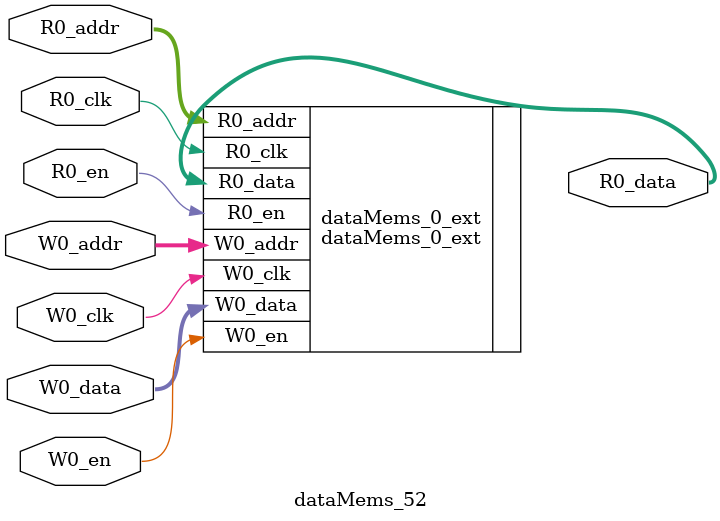
<source format=sv>
`ifndef RANDOMIZE
  `ifdef RANDOMIZE_REG_INIT
    `define RANDOMIZE
  `endif // RANDOMIZE_REG_INIT
`endif // not def RANDOMIZE
`ifndef RANDOMIZE
  `ifdef RANDOMIZE_MEM_INIT
    `define RANDOMIZE
  `endif // RANDOMIZE_MEM_INIT
`endif // not def RANDOMIZE

`ifndef RANDOM
  `define RANDOM $random
`endif // not def RANDOM

// Users can define 'PRINTF_COND' to add an extra gate to prints.
`ifndef PRINTF_COND_
  `ifdef PRINTF_COND
    `define PRINTF_COND_ (`PRINTF_COND)
  `else  // PRINTF_COND
    `define PRINTF_COND_ 1
  `endif // PRINTF_COND
`endif // not def PRINTF_COND_

// Users can define 'ASSERT_VERBOSE_COND' to add an extra gate to assert error printing.
`ifndef ASSERT_VERBOSE_COND_
  `ifdef ASSERT_VERBOSE_COND
    `define ASSERT_VERBOSE_COND_ (`ASSERT_VERBOSE_COND)
  `else  // ASSERT_VERBOSE_COND
    `define ASSERT_VERBOSE_COND_ 1
  `endif // ASSERT_VERBOSE_COND
`endif // not def ASSERT_VERBOSE_COND_

// Users can define 'STOP_COND' to add an extra gate to stop conditions.
`ifndef STOP_COND_
  `ifdef STOP_COND
    `define STOP_COND_ (`STOP_COND)
  `else  // STOP_COND
    `define STOP_COND_ 1
  `endif // STOP_COND
`endif // not def STOP_COND_

// Users can define INIT_RANDOM as general code that gets injected into the
// initializer block for modules with registers.
`ifndef INIT_RANDOM
  `define INIT_RANDOM
`endif // not def INIT_RANDOM

// If using random initialization, you can also define RANDOMIZE_DELAY to
// customize the delay used, otherwise 0.002 is used.
`ifndef RANDOMIZE_DELAY
  `define RANDOMIZE_DELAY 0.002
`endif // not def RANDOMIZE_DELAY

// Define INIT_RANDOM_PROLOG_ for use in our modules below.
`ifndef INIT_RANDOM_PROLOG_
  `ifdef RANDOMIZE
    `ifdef VERILATOR
      `define INIT_RANDOM_PROLOG_ `INIT_RANDOM
    `else  // VERILATOR
      `define INIT_RANDOM_PROLOG_ `INIT_RANDOM #`RANDOMIZE_DELAY begin end
    `endif // VERILATOR
  `else  // RANDOMIZE
    `define INIT_RANDOM_PROLOG_
  `endif // RANDOMIZE
`endif // not def INIT_RANDOM_PROLOG_

// Include register initializers in init blocks unless synthesis is set
`ifndef SYNTHESIS
  `ifndef ENABLE_INITIAL_REG_
    `define ENABLE_INITIAL_REG_
  `endif // not def ENABLE_INITIAL_REG_
`endif // not def SYNTHESIS

// Include rmemory initializers in init blocks unless synthesis is set
`ifndef SYNTHESIS
  `ifndef ENABLE_INITIAL_MEM_
    `define ENABLE_INITIAL_MEM_
  `endif // not def ENABLE_INITIAL_MEM_
`endif // not def SYNTHESIS

module dataMems_52(	// @[generators/ara/src/main/scala/UnsafeAXI4ToTL.scala:365:62]
  input  [4:0]   R0_addr,
  input          R0_en,
  input          R0_clk,
  output [258:0] R0_data,
  input  [4:0]   W0_addr,
  input          W0_en,
  input          W0_clk,
  input  [258:0] W0_data
);

  dataMems_0_ext dataMems_0_ext (	// @[generators/ara/src/main/scala/UnsafeAXI4ToTL.scala:365:62]
    .R0_addr (R0_addr),
    .R0_en   (R0_en),
    .R0_clk  (R0_clk),
    .R0_data (R0_data),
    .W0_addr (W0_addr),
    .W0_en   (W0_en),
    .W0_clk  (W0_clk),
    .W0_data (W0_data)
  );
endmodule


</source>
